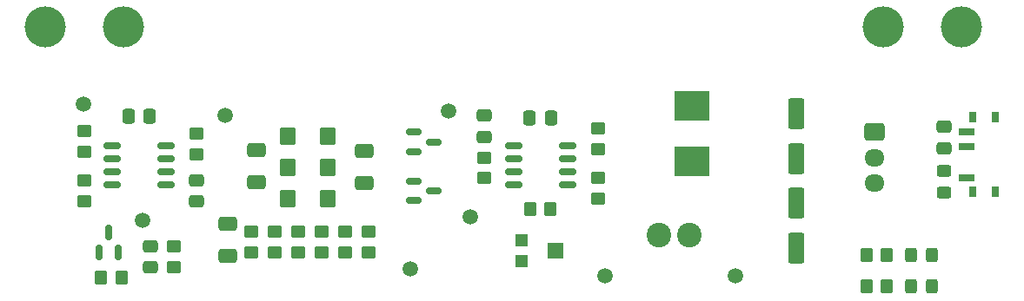
<source format=gbr>
%TF.GenerationSoftware,KiCad,Pcbnew,9.0.5*%
%TF.CreationDate,2025-12-22T18:40:51+01:00*%
%TF.ProjectId,Carte__lectronique,43617274-655f-4e96-9c65-6374726f6e69,rev?*%
%TF.SameCoordinates,Original*%
%TF.FileFunction,Soldermask,Top*%
%TF.FilePolarity,Negative*%
%FSLAX46Y46*%
G04 Gerber Fmt 4.6, Leading zero omitted, Abs format (unit mm)*
G04 Created by KiCad (PCBNEW 9.0.5) date 2025-12-22 18:40:51*
%MOMM*%
%LPD*%
G01*
G04 APERTURE LIST*
G04 Aperture macros list*
%AMRoundRect*
0 Rectangle with rounded corners*
0 $1 Rounding radius*
0 $2 $3 $4 $5 $6 $7 $8 $9 X,Y pos of 4 corners*
0 Add a 4 corners polygon primitive as box body*
4,1,4,$2,$3,$4,$5,$6,$7,$8,$9,$2,$3,0*
0 Add four circle primitives for the rounded corners*
1,1,$1+$1,$2,$3*
1,1,$1+$1,$4,$5*
1,1,$1+$1,$6,$7*
1,1,$1+$1,$8,$9*
0 Add four rect primitives between the rounded corners*
20,1,$1+$1,$2,$3,$4,$5,0*
20,1,$1+$1,$4,$5,$6,$7,0*
20,1,$1+$1,$6,$7,$8,$9,0*
20,1,$1+$1,$8,$9,$2,$3,0*%
G04 Aperture macros list end*
%ADD10C,1.500000*%
%ADD11RoundRect,0.250000X0.450000X-0.350000X0.450000X0.350000X-0.450000X0.350000X-0.450000X-0.350000X0*%
%ADD12C,4.000000*%
%ADD13RoundRect,0.250000X0.350000X0.450000X-0.350000X0.450000X-0.350000X-0.450000X0.350000X-0.450000X0*%
%ADD14RoundRect,0.250000X-0.650000X0.412500X-0.650000X-0.412500X0.650000X-0.412500X0.650000X0.412500X0*%
%ADD15RoundRect,0.250000X-0.475000X0.337500X-0.475000X-0.337500X0.475000X-0.337500X0.475000X0.337500X0*%
%ADD16RoundRect,0.250000X-0.550000X-0.600000X0.550000X-0.600000X0.550000X0.600000X-0.550000X0.600000X0*%
%ADD17RoundRect,0.150000X0.150000X-0.590000X0.150000X0.590000X-0.150000X0.590000X-0.150000X-0.590000X0*%
%ADD18RoundRect,0.250000X0.337500X0.475000X-0.337500X0.475000X-0.337500X-0.475000X0.337500X-0.475000X0*%
%ADD19RoundRect,0.150000X-0.590000X-0.150000X0.590000X-0.150000X0.590000X0.150000X-0.590000X0.150000X0*%
%ADD20RoundRect,0.250000X0.475000X-0.337500X0.475000X0.337500X-0.475000X0.337500X-0.475000X-0.337500X0*%
%ADD21RoundRect,0.250000X0.325000X0.450000X-0.325000X0.450000X-0.325000X-0.450000X0.325000X-0.450000X0*%
%ADD22R,1.200000X1.200000*%
%ADD23R,1.500000X1.600000*%
%ADD24RoundRect,0.250000X-0.450000X0.350000X-0.450000X-0.350000X0.450000X-0.350000X0.450000X0.350000X0*%
%ADD25RoundRect,0.150000X-0.675000X-0.150000X0.675000X-0.150000X0.675000X0.150000X-0.675000X0.150000X0*%
%ADD26RoundRect,0.250000X0.550000X-1.250000X0.550000X1.250000X-0.550000X1.250000X-0.550000X-1.250000X0*%
%ADD27RoundRect,0.250000X-0.550000X1.250000X-0.550000X-1.250000X0.550000X-1.250000X0.550000X1.250000X0*%
%ADD28RoundRect,0.250000X-0.725000X0.600000X-0.725000X-0.600000X0.725000X-0.600000X0.725000X0.600000X0*%
%ADD29O,1.950000X1.700000*%
%ADD30RoundRect,0.250000X-0.350000X-0.450000X0.350000X-0.450000X0.350000X0.450000X-0.350000X0.450000X0*%
%ADD31RoundRect,0.250000X0.550000X0.600000X-0.550000X0.600000X-0.550000X-0.600000X0.550000X-0.600000X0*%
%ADD32RoundRect,0.250000X0.650000X-0.412500X0.650000X0.412500X-0.650000X0.412500X-0.650000X-0.412500X0*%
%ADD33C,2.400000*%
%ADD34RoundRect,0.250000X0.450000X-0.325000X0.450000X0.325000X-0.450000X0.325000X-0.450000X-0.325000X0*%
%ADD35R,0.800000X1.000000*%
%ADD36R,1.500000X0.700000*%
%ADD37R,3.500000X2.950000*%
G04 APERTURE END LIST*
D10*
%TO.C,TP5*%
X46571200Y-87206800D03*
%TD*%
D11*
%TO.C,R17*%
X41532200Y-102031800D03*
X41532200Y-100031800D03*
%TD*%
D12*
%TO.C,V1*%
X118262200Y-78612800D03*
X110642200Y-78612800D03*
X36596200Y-78612800D03*
X28981200Y-78612800D03*
%TD*%
D13*
%TO.C,R15*%
X36436200Y-103063800D03*
X34436200Y-103063800D03*
%TD*%
D14*
%TO.C,C2*%
X49621200Y-90606800D03*
X49621200Y-93731800D03*
%TD*%
D10*
%TO.C,TP1*%
X83521200Y-102906800D03*
%TD*%
D15*
%TO.C,C11*%
X43713200Y-93577300D03*
X43713200Y-95652300D03*
%TD*%
D16*
%TO.C,D3*%
X56519952Y-92306021D03*
X52599952Y-92306021D03*
%TD*%
D17*
%TO.C,Q3*%
X34232200Y-100569300D03*
X36132200Y-100569300D03*
X35182200Y-98689300D03*
%TD*%
D18*
%TO.C,C9*%
X39193935Y-87336319D03*
X37118935Y-87336319D03*
%TD*%
D19*
%TO.C,Q2*%
X64947200Y-93664800D03*
X64947200Y-95564800D03*
X66827200Y-94614800D03*
%TD*%
D20*
%TO.C,C7*%
X71790377Y-89330132D03*
X71790377Y-87255132D03*
%TD*%
D13*
%TO.C,R14*%
X111005200Y-103946800D03*
X109005200Y-103946800D03*
%TD*%
D11*
%TO.C,R3*%
X53629200Y-100610800D03*
X53629200Y-98610800D03*
%TD*%
D21*
%TO.C,D1*%
X115376200Y-100826800D03*
X113326200Y-100826800D03*
%TD*%
D22*
%TO.C,RV1*%
X75441200Y-99456800D03*
D23*
X78691200Y-100456800D03*
D22*
X75441200Y-101456800D03*
%TD*%
D24*
%TO.C,R12*%
X43713200Y-89042800D03*
X43713200Y-91042800D03*
%TD*%
D10*
%TO.C,TP3*%
X64596200Y-102256800D03*
%TD*%
D19*
%TO.C,Q1*%
X64947200Y-88863829D03*
X64947200Y-90763829D03*
X66827200Y-89813829D03*
%TD*%
D24*
%TO.C,R11*%
X49057200Y-98610800D03*
X49057200Y-100610800D03*
%TD*%
D25*
%TO.C,U1*%
X74621200Y-90164800D03*
X74621200Y-91434800D03*
X74621200Y-92714800D03*
X74621200Y-93984800D03*
X79861200Y-93984800D03*
X79861200Y-92714800D03*
X79861200Y-91434800D03*
X79861200Y-90164800D03*
%TD*%
D24*
%TO.C,R9*%
X82829200Y-93360800D03*
X82829200Y-95360800D03*
%TD*%
%TO.C,R6*%
X55915200Y-98610800D03*
X55915200Y-100610800D03*
%TD*%
D10*
%TO.C,TP8*%
X38521200Y-97506800D03*
%TD*%
D25*
%TO.C,U2*%
X35505200Y-90164800D03*
X35505200Y-91434800D03*
X35505200Y-92714800D03*
X35505200Y-93984800D03*
X40745200Y-93984800D03*
X40745200Y-92714800D03*
X40745200Y-91434800D03*
X40745200Y-90164800D03*
%TD*%
D14*
%TO.C,C8*%
X46771200Y-97794300D03*
X46771200Y-100919300D03*
%TD*%
D10*
%TO.C,TP2*%
X96239687Y-102885185D03*
%TD*%
D26*
%TO.C,C4*%
X102133200Y-91480800D03*
X102133200Y-87080800D03*
%TD*%
D24*
%TO.C,R2*%
X51343200Y-98610800D03*
X51343200Y-100610800D03*
%TD*%
D27*
%TO.C,C5*%
X102136146Y-95746721D03*
X102136146Y-100146721D03*
%TD*%
D28*
%TO.C,J1*%
X109753200Y-88852800D03*
D29*
X109753200Y-91352800D03*
X109753200Y-93852800D03*
%TD*%
D11*
%TO.C,R13*%
X32791200Y-95614800D03*
X32791200Y-93614800D03*
%TD*%
D30*
%TO.C,R10*%
X76241200Y-96392800D03*
X78241200Y-96392800D03*
%TD*%
D20*
%TO.C,C10*%
X39246200Y-102069300D03*
X39246200Y-99994300D03*
%TD*%
D11*
%TO.C,R8*%
X71790377Y-93356632D03*
X71790377Y-91356632D03*
%TD*%
D20*
%TO.C,C1*%
X116577200Y-90420300D03*
X116577200Y-88345300D03*
%TD*%
D10*
%TO.C,TP7*%
X68271200Y-86806800D03*
%TD*%
D31*
%TO.C,D2*%
X52599952Y-89258021D03*
X56519952Y-89258021D03*
%TD*%
D24*
%TO.C,R7*%
X82829200Y-88534800D03*
X82829200Y-90534800D03*
%TD*%
D18*
%TO.C,C6*%
X78278700Y-87502800D03*
X76203700Y-87502800D03*
%TD*%
D32*
%TO.C,C3*%
X60041200Y-93809300D03*
X60041200Y-90684300D03*
%TD*%
D33*
%TO.C,L2*%
X88751200Y-98932800D03*
X91751200Y-98932800D03*
%TD*%
D10*
%TO.C,TP4*%
X70421200Y-97156800D03*
%TD*%
D34*
%TO.C,F1*%
X116577200Y-94725800D03*
X116577200Y-92675800D03*
%TD*%
D30*
%TO.C,R1*%
X109005200Y-100898800D03*
X111005200Y-100898800D03*
%TD*%
D31*
%TO.C,D4*%
X52599952Y-95354021D03*
X56519952Y-95354021D03*
%TD*%
D11*
%TO.C,R5*%
X58201200Y-100610800D03*
X58201200Y-98610800D03*
%TD*%
%TO.C,R16*%
X32791200Y-90788800D03*
X32791200Y-88788800D03*
%TD*%
D35*
%TO.C,SW1*%
X119371200Y-94716800D03*
X121581200Y-94716800D03*
X119371200Y-87416800D03*
X121581200Y-87416800D03*
D36*
X118721200Y-93316800D03*
X118721200Y-90316800D03*
X118721200Y-88816800D03*
%TD*%
D10*
%TO.C,TP6*%
X32771200Y-86156800D03*
%TD*%
D24*
%TO.C,R4*%
X60487200Y-98610800D03*
X60487200Y-100610800D03*
%TD*%
D21*
%TO.C,D5*%
X115348200Y-103946800D03*
X113298200Y-103946800D03*
%TD*%
D37*
%TO.C,L1*%
X91973200Y-86301800D03*
X91973200Y-91751800D03*
%TD*%
M02*

</source>
